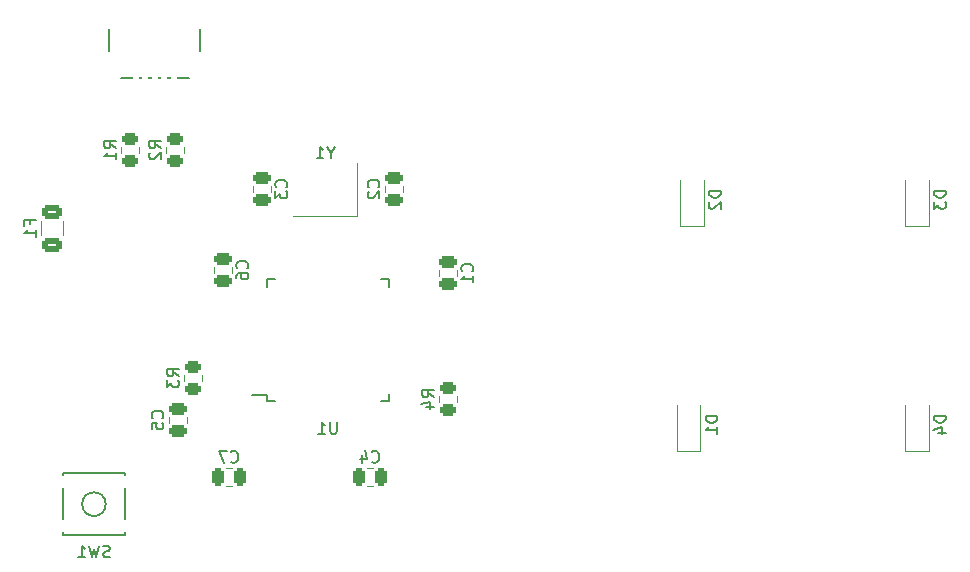
<source format=gbo>
%TF.GenerationSoftware,KiCad,Pcbnew,(6.0.0)*%
%TF.CreationDate,2022-02-08T12:16:45+05:30*%
%TF.ProjectId,keebk75pcb,6b656562-6b37-4357-9063-622e6b696361,rev?*%
%TF.SameCoordinates,Original*%
%TF.FileFunction,Legend,Bot*%
%TF.FilePolarity,Positive*%
%FSLAX46Y46*%
G04 Gerber Fmt 4.6, Leading zero omitted, Abs format (unit mm)*
G04 Created by KiCad (PCBNEW (6.0.0)) date 2022-02-08 12:16:45*
%MOMM*%
%LPD*%
G01*
G04 APERTURE LIST*
G04 Aperture macros list*
%AMRoundRect*
0 Rectangle with rounded corners*
0 $1 Rounding radius*
0 $2 $3 $4 $5 $6 $7 $8 $9 X,Y pos of 4 corners*
0 Add a 4 corners polygon primitive as box body*
4,1,4,$2,$3,$4,$5,$6,$7,$8,$9,$2,$3,0*
0 Add four circle primitives for the rounded corners*
1,1,$1+$1,$2,$3*
1,1,$1+$1,$4,$5*
1,1,$1+$1,$6,$7*
1,1,$1+$1,$8,$9*
0 Add four rect primitives between the rounded corners*
20,1,$1+$1,$2,$3,$4,$5,0*
20,1,$1+$1,$4,$5,$6,$7,0*
20,1,$1+$1,$6,$7,$8,$9,0*
20,1,$1+$1,$8,$9,$2,$3,0*%
G04 Aperture macros list end*
%ADD10C,0.150000*%
%ADD11C,0.120000*%
%ADD12R,0.500000X2.250000*%
%ADD13O,1.700000X2.700000*%
%ADD14C,3.987800*%
%ADD15C,3.000000*%
%ADD16C,1.750000*%
%ADD17R,2.550000X2.500000*%
%ADD18C,1.905000*%
%ADD19R,1.905000X1.905000*%
%ADD20R,1.200000X0.900000*%
%ADD21R,2.100000X1.800000*%
%ADD22RoundRect,0.250000X0.250000X0.475000X-0.250000X0.475000X-0.250000X-0.475000X0.250000X-0.475000X0*%
%ADD23RoundRect,0.250000X-0.625000X0.375000X-0.625000X-0.375000X0.625000X-0.375000X0.625000X0.375000X0*%
%ADD24RoundRect,0.250000X-0.475000X0.250000X-0.475000X-0.250000X0.475000X-0.250000X0.475000X0.250000X0*%
%ADD25R,1.500000X0.550000*%
%ADD26R,0.550000X1.500000*%
%ADD27RoundRect,0.250000X-0.450000X0.262500X-0.450000X-0.262500X0.450000X-0.262500X0.450000X0.262500X0*%
%ADD28RoundRect,0.250000X0.475000X-0.250000X0.475000X0.250000X-0.475000X0.250000X-0.475000X-0.250000X0*%
%ADD29R,1.800000X1.100000*%
G04 APERTURE END LIST*
D10*
%TO.C,D3*%
X111996128Y-116986904D02*
X110996128Y-116986904D01*
X110996128Y-117225000D01*
X111043748Y-117367857D01*
X111138986Y-117463095D01*
X111234224Y-117510714D01*
X111424700Y-117558333D01*
X111567557Y-117558333D01*
X111758033Y-117510714D01*
X111853271Y-117463095D01*
X111948509Y-117367857D01*
X111996128Y-117225000D01*
X111996128Y-116986904D01*
X110996128Y-117891666D02*
X110996128Y-118510714D01*
X111377081Y-118177380D01*
X111377081Y-118320238D01*
X111424700Y-118415476D01*
X111472319Y-118463095D01*
X111567557Y-118510714D01*
X111805652Y-118510714D01*
X111900890Y-118463095D01*
X111948509Y-118415476D01*
X111996128Y-118320238D01*
X111996128Y-118034523D01*
X111948509Y-117939285D01*
X111900890Y-117891666D01*
%TO.C,Y1*%
X59912190Y-113766190D02*
X59912190Y-114242380D01*
X60245523Y-113242380D02*
X59912190Y-113766190D01*
X59578857Y-113242380D01*
X58721714Y-114242380D02*
X59293142Y-114242380D01*
X59007428Y-114242380D02*
X59007428Y-113242380D01*
X59102666Y-113385238D01*
X59197904Y-113480476D01*
X59293142Y-113528095D01*
%TO.C,C4*%
X63412666Y-139901142D02*
X63460285Y-139948761D01*
X63603142Y-139996380D01*
X63698380Y-139996380D01*
X63841238Y-139948761D01*
X63936476Y-139853523D01*
X63984095Y-139758285D01*
X64031714Y-139567809D01*
X64031714Y-139424952D01*
X63984095Y-139234476D01*
X63936476Y-139139238D01*
X63841238Y-139044000D01*
X63698380Y-138996380D01*
X63603142Y-138996380D01*
X63460285Y-139044000D01*
X63412666Y-139091619D01*
X62555523Y-139329714D02*
X62555523Y-139996380D01*
X62793619Y-138948761D02*
X63031714Y-139663047D01*
X62412666Y-139663047D01*
%TO.C,C7*%
X51474666Y-139901142D02*
X51522285Y-139948761D01*
X51665142Y-139996380D01*
X51760380Y-139996380D01*
X51903238Y-139948761D01*
X51998476Y-139853523D01*
X52046095Y-139758285D01*
X52093714Y-139567809D01*
X52093714Y-139424952D01*
X52046095Y-139234476D01*
X51998476Y-139139238D01*
X51903238Y-139044000D01*
X51760380Y-138996380D01*
X51665142Y-138996380D01*
X51522285Y-139044000D01*
X51474666Y-139091619D01*
X51141333Y-138996380D02*
X50474666Y-138996380D01*
X50903238Y-139996380D01*
%TO.C,F1*%
X34430571Y-119808666D02*
X34430571Y-119475333D01*
X34954380Y-119475333D02*
X33954380Y-119475333D01*
X33954380Y-119951523D01*
X34954380Y-120856285D02*
X34954380Y-120284857D01*
X34954380Y-120570571D02*
X33954380Y-120570571D01*
X34097238Y-120475333D01*
X34192476Y-120380095D01*
X34240095Y-120284857D01*
%TO.C,C2*%
X63955142Y-116673333D02*
X64002761Y-116625714D01*
X64050380Y-116482857D01*
X64050380Y-116387619D01*
X64002761Y-116244761D01*
X63907523Y-116149523D01*
X63812285Y-116101904D01*
X63621809Y-116054285D01*
X63478952Y-116054285D01*
X63288476Y-116101904D01*
X63193238Y-116149523D01*
X63098000Y-116244761D01*
X63050380Y-116387619D01*
X63050380Y-116482857D01*
X63098000Y-116625714D01*
X63145619Y-116673333D01*
X63145619Y-117054285D02*
X63098000Y-117101904D01*
X63050380Y-117197142D01*
X63050380Y-117435238D01*
X63098000Y-117530476D01*
X63145619Y-117578095D01*
X63240857Y-117625714D01*
X63336095Y-117625714D01*
X63478952Y-117578095D01*
X64050380Y-117006666D01*
X64050380Y-117625714D01*
%TO.C,D2*%
X92946128Y-116986904D02*
X91946128Y-116986904D01*
X91946128Y-117225000D01*
X91993748Y-117367857D01*
X92088986Y-117463095D01*
X92184224Y-117510714D01*
X92374700Y-117558333D01*
X92517557Y-117558333D01*
X92708033Y-117510714D01*
X92803271Y-117463095D01*
X92898509Y-117367857D01*
X92946128Y-117225000D01*
X92946128Y-116986904D01*
X92041367Y-117939285D02*
X91993748Y-117986904D01*
X91946128Y-118082142D01*
X91946128Y-118320238D01*
X91993748Y-118415476D01*
X92041367Y-118463095D01*
X92136605Y-118510714D01*
X92231843Y-118510714D01*
X92374700Y-118463095D01*
X92946128Y-117891666D01*
X92946128Y-118510714D01*
%TO.C,U1*%
X60443152Y-136546130D02*
X60443152Y-137355654D01*
X60395533Y-137450892D01*
X60347914Y-137498511D01*
X60252676Y-137546130D01*
X60062200Y-137546130D01*
X59966962Y-137498511D01*
X59919343Y-137450892D01*
X59871724Y-137355654D01*
X59871724Y-136546130D01*
X58871724Y-137546130D02*
X59443152Y-137546130D01*
X59157438Y-137546130D02*
X59157438Y-136546130D01*
X59252676Y-136688988D01*
X59347914Y-136784226D01*
X59443152Y-136831845D01*
%TO.C,R2*%
X45538380Y-113371333D02*
X45062190Y-113038000D01*
X45538380Y-112799904D02*
X44538380Y-112799904D01*
X44538380Y-113180857D01*
X44586000Y-113276095D01*
X44633619Y-113323714D01*
X44728857Y-113371333D01*
X44871714Y-113371333D01*
X44966952Y-113323714D01*
X45014571Y-113276095D01*
X45062190Y-113180857D01*
X45062190Y-112799904D01*
X44633619Y-113752285D02*
X44586000Y-113799904D01*
X44538380Y-113895142D01*
X44538380Y-114133238D01*
X44586000Y-114228476D01*
X44633619Y-114276095D01*
X44728857Y-114323714D01*
X44824095Y-114323714D01*
X44966952Y-114276095D01*
X45538380Y-113704666D01*
X45538380Y-114323714D01*
%TO.C,R1*%
X41728380Y-113371333D02*
X41252190Y-113038000D01*
X41728380Y-112799904D02*
X40728380Y-112799904D01*
X40728380Y-113180857D01*
X40776000Y-113276095D01*
X40823619Y-113323714D01*
X40918857Y-113371333D01*
X41061714Y-113371333D01*
X41156952Y-113323714D01*
X41204571Y-113276095D01*
X41252190Y-113180857D01*
X41252190Y-112799904D01*
X41728380Y-114323714D02*
X41728380Y-113752285D01*
X41728380Y-114038000D02*
X40728380Y-114038000D01*
X40871238Y-113942761D01*
X40966476Y-113847523D01*
X41014095Y-113752285D01*
%TO.C,D4*%
X111996128Y-136036904D02*
X110996128Y-136036904D01*
X110996128Y-136275000D01*
X111043748Y-136417857D01*
X111138986Y-136513095D01*
X111234224Y-136560714D01*
X111424700Y-136608333D01*
X111567557Y-136608333D01*
X111758033Y-136560714D01*
X111853271Y-136513095D01*
X111948509Y-136417857D01*
X111996128Y-136275000D01*
X111996128Y-136036904D01*
X111329462Y-137465476D02*
X111996128Y-137465476D01*
X110948509Y-137227380D02*
X111662795Y-136989285D01*
X111662795Y-137608333D01*
%TO.C,C1*%
X71887142Y-123785333D02*
X71934761Y-123737714D01*
X71982380Y-123594857D01*
X71982380Y-123499619D01*
X71934761Y-123356761D01*
X71839523Y-123261523D01*
X71744285Y-123213904D01*
X71553809Y-123166285D01*
X71410952Y-123166285D01*
X71220476Y-123213904D01*
X71125238Y-123261523D01*
X71030000Y-123356761D01*
X70982380Y-123499619D01*
X70982380Y-123594857D01*
X71030000Y-123737714D01*
X71077619Y-123785333D01*
X71982380Y-124737714D02*
X71982380Y-124166285D01*
X71982380Y-124452000D02*
X70982380Y-124452000D01*
X71125238Y-124356761D01*
X71220476Y-124261523D01*
X71268095Y-124166285D01*
%TO.C,C3*%
X56139142Y-116673333D02*
X56186761Y-116625714D01*
X56234380Y-116482857D01*
X56234380Y-116387619D01*
X56186761Y-116244761D01*
X56091523Y-116149523D01*
X55996285Y-116101904D01*
X55805809Y-116054285D01*
X55662952Y-116054285D01*
X55472476Y-116101904D01*
X55377238Y-116149523D01*
X55282000Y-116244761D01*
X55234380Y-116387619D01*
X55234380Y-116482857D01*
X55282000Y-116625714D01*
X55329619Y-116673333D01*
X55234380Y-117006666D02*
X55234380Y-117625714D01*
X55615333Y-117292380D01*
X55615333Y-117435238D01*
X55662952Y-117530476D01*
X55710571Y-117578095D01*
X55805809Y-117625714D01*
X56043904Y-117625714D01*
X56139142Y-117578095D01*
X56186761Y-117530476D01*
X56234380Y-117435238D01*
X56234380Y-117149523D01*
X56186761Y-117054285D01*
X56139142Y-117006666D01*
%TO.C,C5*%
X45667142Y-136231333D02*
X45714761Y-136183714D01*
X45762380Y-136040857D01*
X45762380Y-135945619D01*
X45714761Y-135802761D01*
X45619523Y-135707523D01*
X45524285Y-135659904D01*
X45333809Y-135612285D01*
X45190952Y-135612285D01*
X45000476Y-135659904D01*
X44905238Y-135707523D01*
X44810000Y-135802761D01*
X44762380Y-135945619D01*
X44762380Y-136040857D01*
X44810000Y-136183714D01*
X44857619Y-136231333D01*
X44762380Y-137136095D02*
X44762380Y-136659904D01*
X45238571Y-136612285D01*
X45190952Y-136659904D01*
X45143333Y-136755142D01*
X45143333Y-136993238D01*
X45190952Y-137088476D01*
X45238571Y-137136095D01*
X45333809Y-137183714D01*
X45571904Y-137183714D01*
X45667142Y-137136095D01*
X45714761Y-137088476D01*
X45762380Y-136993238D01*
X45762380Y-136755142D01*
X45714761Y-136659904D01*
X45667142Y-136612285D01*
%TO.C,R3*%
X47062380Y-132675333D02*
X46586190Y-132342000D01*
X47062380Y-132103904D02*
X46062380Y-132103904D01*
X46062380Y-132484857D01*
X46110000Y-132580095D01*
X46157619Y-132627714D01*
X46252857Y-132675333D01*
X46395714Y-132675333D01*
X46490952Y-132627714D01*
X46538571Y-132580095D01*
X46586190Y-132484857D01*
X46586190Y-132103904D01*
X46062380Y-133008666D02*
X46062380Y-133627714D01*
X46443333Y-133294380D01*
X46443333Y-133437238D01*
X46490952Y-133532476D01*
X46538571Y-133580095D01*
X46633809Y-133627714D01*
X46871904Y-133627714D01*
X46967142Y-133580095D01*
X47014761Y-133532476D01*
X47062380Y-133437238D01*
X47062380Y-133151523D01*
X47014761Y-133056285D01*
X46967142Y-133008666D01*
%TO.C,D1*%
X92658726Y-136036904D02*
X91658726Y-136036904D01*
X91658726Y-136275000D01*
X91706346Y-136417857D01*
X91801584Y-136513095D01*
X91896822Y-136560714D01*
X92087298Y-136608333D01*
X92230155Y-136608333D01*
X92420631Y-136560714D01*
X92515869Y-136513095D01*
X92611107Y-136417857D01*
X92658726Y-136275000D01*
X92658726Y-136036904D01*
X92658726Y-137560714D02*
X92658726Y-136989285D01*
X92658726Y-137275000D02*
X91658726Y-137275000D01*
X91801584Y-137179761D01*
X91896822Y-137084523D01*
X91944441Y-136989285D01*
%TO.C,R4*%
X68652380Y-134453333D02*
X68176190Y-134120000D01*
X68652380Y-133881904D02*
X67652380Y-133881904D01*
X67652380Y-134262857D01*
X67700000Y-134358095D01*
X67747619Y-134405714D01*
X67842857Y-134453333D01*
X67985714Y-134453333D01*
X68080952Y-134405714D01*
X68128571Y-134358095D01*
X68176190Y-134262857D01*
X68176190Y-133881904D01*
X67985714Y-135310476D02*
X68652380Y-135310476D01*
X67604761Y-135072380D02*
X68319047Y-134834285D01*
X68319047Y-135453333D01*
%TO.C,C6*%
X52837142Y-123531333D02*
X52884761Y-123483714D01*
X52932380Y-123340857D01*
X52932380Y-123245619D01*
X52884761Y-123102761D01*
X52789523Y-123007523D01*
X52694285Y-122959904D01*
X52503809Y-122912285D01*
X52360952Y-122912285D01*
X52170476Y-122959904D01*
X52075238Y-123007523D01*
X51980000Y-123102761D01*
X51932380Y-123245619D01*
X51932380Y-123340857D01*
X51980000Y-123483714D01*
X52027619Y-123531333D01*
X51932380Y-124388476D02*
X51932380Y-124198000D01*
X51980000Y-124102761D01*
X52027619Y-124055142D01*
X52170476Y-123959904D01*
X52360952Y-123912285D01*
X52741904Y-123912285D01*
X52837142Y-123959904D01*
X52884761Y-124007523D01*
X52932380Y-124102761D01*
X52932380Y-124293238D01*
X52884761Y-124388476D01*
X52837142Y-124436095D01*
X52741904Y-124483714D01*
X52503809Y-124483714D01*
X52408571Y-124436095D01*
X52360952Y-124388476D01*
X52313333Y-124293238D01*
X52313333Y-124102761D01*
X52360952Y-124007523D01*
X52408571Y-123959904D01*
X52503809Y-123912285D01*
%TO.C,SW1*%
X41211333Y-147978761D02*
X41068476Y-148026380D01*
X40830380Y-148026380D01*
X40735142Y-147978761D01*
X40687523Y-147931142D01*
X40639904Y-147835904D01*
X40639904Y-147740666D01*
X40687523Y-147645428D01*
X40735142Y-147597809D01*
X40830380Y-147550190D01*
X41020857Y-147502571D01*
X41116095Y-147454952D01*
X41163714Y-147407333D01*
X41211333Y-147312095D01*
X41211333Y-147216857D01*
X41163714Y-147121619D01*
X41116095Y-147074000D01*
X41020857Y-147026380D01*
X40782761Y-147026380D01*
X40639904Y-147074000D01*
X40306571Y-147026380D02*
X40068476Y-148026380D01*
X39878000Y-147312095D01*
X39687523Y-148026380D01*
X39449428Y-147026380D01*
X38544666Y-148026380D02*
X39116095Y-148026380D01*
X38830380Y-148026380D02*
X38830380Y-147026380D01*
X38925619Y-147169238D01*
X39020857Y-147264476D01*
X39116095Y-147312095D01*
%TO.C,USB1*%
X41181182Y-107458400D02*
X48881182Y-107458400D01*
X48881182Y-102008400D02*
X48881182Y-107458400D01*
X41181182Y-102008400D02*
X41181182Y-107458400D01*
D11*
%TO.C,D3*%
X110543748Y-119975000D02*
X110543748Y-116075000D01*
X110543748Y-119975000D02*
X108543748Y-119975000D01*
X108543748Y-119975000D02*
X108543748Y-116075000D01*
%TO.C,Y1*%
X62136000Y-119090000D02*
X56736000Y-119090000D01*
X62136000Y-114590000D02*
X62136000Y-119090000D01*
%TO.C,C4*%
X63507252Y-140489000D02*
X62984748Y-140489000D01*
X63507252Y-141959000D02*
X62984748Y-141959000D01*
%TO.C,C7*%
X51569252Y-141959000D02*
X51046748Y-141959000D01*
X51569252Y-140489000D02*
X51046748Y-140489000D01*
%TO.C,F1*%
X35412000Y-119539936D02*
X35412000Y-120744064D01*
X37232000Y-119539936D02*
X37232000Y-120744064D01*
%TO.C,C2*%
X64543000Y-116578748D02*
X64543000Y-117101252D01*
X66013000Y-116578748D02*
X66013000Y-117101252D01*
%TO.C,D2*%
X91493748Y-119975000D02*
X91493748Y-116075000D01*
X89493748Y-119975000D02*
X89493748Y-116075000D01*
X91493748Y-119975000D02*
X89493748Y-119975000D01*
D10*
%TO.C,U1*%
X54506248Y-134818750D02*
X55181248Y-134818750D01*
X64856248Y-134818750D02*
X64181248Y-134818750D01*
X64856248Y-124468750D02*
X64856248Y-125143750D01*
X54506248Y-134243750D02*
X53231248Y-134243750D01*
X54506248Y-134818750D02*
X54506248Y-134243750D01*
X54506248Y-124468750D02*
X55181248Y-124468750D01*
X54506248Y-124468750D02*
X54506248Y-125143750D01*
X64856248Y-124468750D02*
X64181248Y-124468750D01*
X64856248Y-134818750D02*
X64856248Y-134143750D01*
D11*
%TO.C,R2*%
X47471000Y-113310936D02*
X47471000Y-113765064D01*
X46001000Y-113310936D02*
X46001000Y-113765064D01*
%TO.C,R1*%
X42191000Y-113310936D02*
X42191000Y-113765064D01*
X43661000Y-113310936D02*
X43661000Y-113765064D01*
%TO.C,D4*%
X110543748Y-139025000D02*
X110543748Y-135125000D01*
X108543748Y-139025000D02*
X108543748Y-135125000D01*
X110543748Y-139025000D02*
X108543748Y-139025000D01*
%TO.C,C1*%
X69115000Y-124213252D02*
X69115000Y-123690748D01*
X70585000Y-124213252D02*
X70585000Y-123690748D01*
%TO.C,C3*%
X53367000Y-117101252D02*
X53367000Y-116578748D01*
X54837000Y-117101252D02*
X54837000Y-116578748D01*
%TO.C,C5*%
X46255000Y-136136748D02*
X46255000Y-136659252D01*
X47725000Y-136136748D02*
X47725000Y-136659252D01*
%TO.C,R3*%
X48995000Y-132614936D02*
X48995000Y-133069064D01*
X47525000Y-132614936D02*
X47525000Y-133069064D01*
%TO.C,D1*%
X91206346Y-139025000D02*
X91206346Y-135125000D01*
X89206346Y-139025000D02*
X89206346Y-135125000D01*
X91206346Y-139025000D02*
X89206346Y-139025000D01*
%TO.C,R4*%
X69115000Y-134392936D02*
X69115000Y-134847064D01*
X70585000Y-134392936D02*
X70585000Y-134847064D01*
%TO.C,C6*%
X51535000Y-123959252D02*
X51535000Y-123436748D01*
X50065000Y-123959252D02*
X50065000Y-123436748D01*
D10*
%TO.C,SW1*%
X42478000Y-146110000D02*
X42478000Y-140910000D01*
X37278000Y-146110000D02*
X42478000Y-146110000D01*
X42478000Y-140910000D02*
X37278000Y-140910000D01*
X37278000Y-140910000D02*
X37278000Y-146110000D01*
X40878000Y-143510000D02*
G75*
G03*
X40878000Y-143510000I-1000000J0D01*
G01*
%TD*%
%LPC*%
D12*
%TO.C,USB1*%
X46631182Y-106508400D03*
X45831182Y-106508400D03*
X45031182Y-106508400D03*
X44231182Y-106508400D03*
X43431182Y-106508400D03*
D13*
X41381182Y-106508400D03*
X48681182Y-106508400D03*
X48681182Y-102008400D03*
X41381182Y-102008400D03*
%TD*%
D14*
%TO.C,MX2*%
X101606248Y-117725000D03*
D15*
X97796248Y-115185000D03*
X104146248Y-112645000D03*
D16*
X106686248Y-117725000D03*
X96526248Y-117725000D03*
D17*
X94521248Y-115185000D03*
X107448248Y-112645000D03*
D18*
X100336248Y-122805000D03*
D19*
X102876248Y-122805000D03*
%TD*%
D15*
%TO.C,MX1*%
X78746248Y-115185000D03*
X85096248Y-112645000D03*
D16*
X87636248Y-117725000D03*
D14*
X82556248Y-117725000D03*
D16*
X77476248Y-117725000D03*
D17*
X75471248Y-115185000D03*
X88398248Y-112645000D03*
D18*
X81286248Y-122805000D03*
D19*
X83826248Y-122805000D03*
%TD*%
D16*
%TO.C,MX4*%
X96526248Y-136775000D03*
D14*
X101606248Y-136775000D03*
D16*
X106686248Y-136775000D03*
D15*
X104146248Y-131695000D03*
X97796248Y-134235000D03*
D17*
X94521248Y-134235000D03*
X107448248Y-131695000D03*
D18*
X100336248Y-141855000D03*
D19*
X102876248Y-141855000D03*
%TD*%
D16*
%TO.C,MX3*%
X87619775Y-136750578D03*
X77459775Y-136750578D03*
D15*
X78729775Y-134210578D03*
D14*
X82539775Y-136750578D03*
D15*
X85079775Y-131670578D03*
D17*
X75454775Y-134210578D03*
X88381775Y-131670578D03*
D18*
X81269775Y-141830578D03*
D19*
X83809775Y-141830578D03*
%TD*%
D20*
%TO.C,D3*%
X109543748Y-119375000D03*
X109543748Y-116075000D03*
%TD*%
D21*
%TO.C,Y1*%
X60886000Y-117990000D03*
X57986000Y-117990000D03*
X57986000Y-115690000D03*
X60886000Y-115690000D03*
%TD*%
D22*
%TO.C,C4*%
X64196000Y-141224000D03*
X62296000Y-141224000D03*
%TD*%
%TO.C,C7*%
X52258000Y-141224000D03*
X50358000Y-141224000D03*
%TD*%
D23*
%TO.C,F1*%
X36322000Y-118742000D03*
X36322000Y-121542000D03*
%TD*%
D24*
%TO.C,C2*%
X65278000Y-115890000D03*
X65278000Y-117790000D03*
%TD*%
D20*
%TO.C,D2*%
X90493748Y-119375000D03*
X90493748Y-116075000D03*
%TD*%
D25*
%TO.C,U1*%
X53981248Y-133643750D03*
X53981248Y-132843750D03*
X53981248Y-132043750D03*
X53981248Y-131243750D03*
X53981248Y-130443750D03*
X53981248Y-129643750D03*
X53981248Y-128843750D03*
X53981248Y-128043750D03*
X53981248Y-127243750D03*
X53981248Y-126443750D03*
X53981248Y-125643750D03*
D26*
X55681248Y-123943750D03*
X56481248Y-123943750D03*
X57281248Y-123943750D03*
X58081248Y-123943750D03*
X58881248Y-123943750D03*
X59681248Y-123943750D03*
X60481248Y-123943750D03*
X61281248Y-123943750D03*
X62081248Y-123943750D03*
X62881248Y-123943750D03*
X63681248Y-123943750D03*
D25*
X65381248Y-125643750D03*
X65381248Y-126443750D03*
X65381248Y-127243750D03*
X65381248Y-128043750D03*
X65381248Y-128843750D03*
X65381248Y-129643750D03*
X65381248Y-130443750D03*
X65381248Y-131243750D03*
X65381248Y-132043750D03*
X65381248Y-132843750D03*
X65381248Y-133643750D03*
D26*
X63681248Y-135343750D03*
X62881248Y-135343750D03*
X62081248Y-135343750D03*
X61281248Y-135343750D03*
X60481248Y-135343750D03*
X59681248Y-135343750D03*
X58881248Y-135343750D03*
X58081248Y-135343750D03*
X57281248Y-135343750D03*
X56481248Y-135343750D03*
X55681248Y-135343750D03*
%TD*%
D27*
%TO.C,R2*%
X46736000Y-112625500D03*
X46736000Y-114450500D03*
%TD*%
%TO.C,R1*%
X42926000Y-112625500D03*
X42926000Y-114450500D03*
%TD*%
D20*
%TO.C,D4*%
X109543748Y-138425000D03*
X109543748Y-135125000D03*
%TD*%
D28*
%TO.C,C1*%
X69850000Y-124902000D03*
X69850000Y-123002000D03*
%TD*%
%TO.C,C3*%
X54102000Y-117790000D03*
X54102000Y-115890000D03*
%TD*%
D24*
%TO.C,C5*%
X46990000Y-135448000D03*
X46990000Y-137348000D03*
%TD*%
D27*
%TO.C,R3*%
X48260000Y-131929500D03*
X48260000Y-133754500D03*
%TD*%
D20*
%TO.C,D1*%
X90206346Y-138425000D03*
X90206346Y-135125000D03*
%TD*%
D27*
%TO.C,R4*%
X69850000Y-133707500D03*
X69850000Y-135532500D03*
%TD*%
D28*
%TO.C,C6*%
X50800000Y-124648000D03*
X50800000Y-122748000D03*
%TD*%
D29*
%TO.C,SW1*%
X36778000Y-145360000D03*
X42978000Y-141660000D03*
X36778000Y-141660000D03*
X42978000Y-145360000D03*
%TD*%
M02*

</source>
